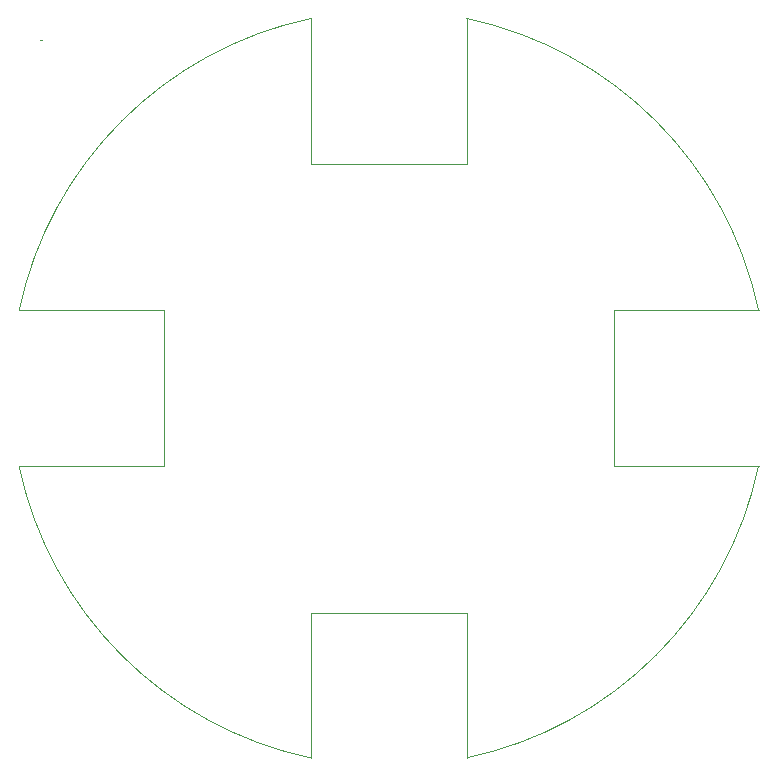
<source format=gm1>
G04 #@! TF.FileFunction,Profile,NP*
%FSLAX46Y46*%
G04 Gerber Fmt 4.6, Leading zero omitted, Abs format (unit mm)*
G04 Created by KiCad (PCBNEW 4.0.7) date 02/03/18 21:52:34*
%MOMM*%
%LPD*%
G01*
G04 APERTURE LIST*
%ADD10C,0.100000*%
G04 APERTURE END LIST*
D10*
X50400000Y-73700000D02*
X50400000Y-75500000D01*
X50392234Y-75501636D02*
G75*
G03X75100000Y-50800000I-6592234J31301636D01*
G01*
X75101636Y-37607766D02*
G75*
G03X50400000Y-12900000I-31301636J-6592234D01*
G01*
X37207766Y-12898364D02*
G75*
G03X12500000Y-37600000I6592234J-31301636D01*
G01*
X12498364Y-50792234D02*
G75*
G03X37200000Y-75500000I31301636J6592234D01*
G01*
X37200000Y-63200000D02*
X37300000Y-63200000D01*
X37200000Y-63200000D02*
X37200000Y-75500000D01*
X24800000Y-50800000D02*
X24800000Y-50700000D01*
X12500000Y-50800000D02*
X24800000Y-50800000D01*
X24800000Y-37600000D02*
X24800000Y-37700000D01*
X12500000Y-37600000D02*
X24800000Y-37600000D01*
X62900000Y-50800000D02*
X62900000Y-37600000D01*
X75100000Y-50800000D02*
X62900000Y-50800000D01*
X37200000Y-25200000D02*
X37300000Y-25200000D01*
X37200000Y-12900000D02*
X37200000Y-25200000D01*
X50400000Y-14700000D02*
X50400000Y-12900000D01*
X73300000Y-37600000D02*
X75100000Y-37600000D01*
X14400000Y-14700000D02*
X14300000Y-14700000D01*
X50400000Y-63200000D02*
X50400000Y-73700000D01*
X37300000Y-63200000D02*
X50400000Y-63200000D01*
X24800000Y-37700000D02*
X24800000Y-50700000D01*
X50400000Y-25200000D02*
X37300000Y-25200000D01*
X50400000Y-14700000D02*
X50400000Y-25200000D01*
X62900000Y-37600000D02*
X73300000Y-37600000D01*
M02*

</source>
